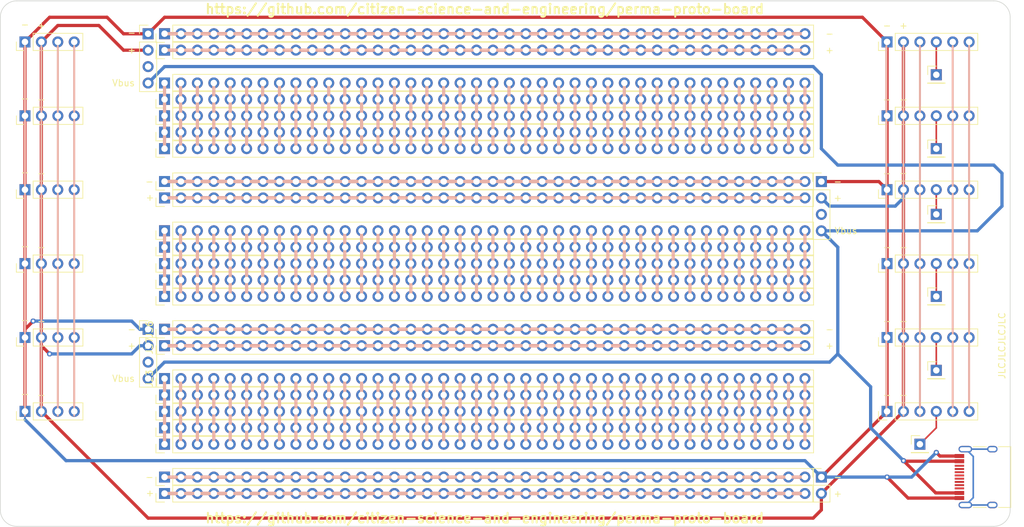
<source format=kicad_pcb>
(kicad_pcb (version 20211014) (generator pcbnew)
  (layers (0 "F.Cu" signal) (31 "B.Cu" signal) (34 "B.Paste" user) (35 "F.Paste" user) (36 "B.SilkS" user "B.Silkscreen") (37 "F.SilkS" user "F.Silkscreen") (38 "B.Mask" user) (39 "F.Mask" user) (44 "Edge.Cuts" user))
  (net 0 "")
  (net 1 "GND")
  (net 2 "+3V3")
  (net 3 "SPI_CLK")
  (net 4 "SPI_01_CS")
  (net 5 "SPI_MISO")
  (net 6 "SPI_MOSI")
  (net 7 "SPI_02_CS")
  (net 8 "SPI_03_CS")
  (net 9 "SPI_04_CS")
  (net 10 "SPI_05_CS")
  (net 11 "SPI_06_CS")
  (net 12 "SCL")
  (net 13 "SDA")
  (net 14 "A_01")
  (net 15 "A_02")
  (net 16 "A_03")
  (net 17 "A_04")
  (net 18 "A_05")
  (net 19 "A_06")
  (net 20 "A_07")
  (net 21 "A_08")
  (net 22 "A_09")
  (net 23 "A_10")
  (net 24 "A_11")
  (net 25 "A_12")
  (net 26 "A_13")
  (net 27 "A_14")
  (net 28 "A_15")
  (net 29 "A_16")
  (net 30 "A_17")
  (net 31 "A_18")
  (net 32 "A_19")
  (net 33 "A_20")
  (net 34 "A_21")
  (net 35 "A_22")
  (net 36 "A_23")
  (net 37 "A_24")
  (net 38 "A_25")
  (net 39 "A_26")
  (net 40 "A_27")
  (net 41 "A_28")
  (net 42 "A_29")
  (net 43 "A_30")
  (net 44 "A_31")
  (net 45 "A_32")
  (net 46 "A_33")
  (net 47 "A_34")
  (net 48 "A_35")
  (net 49 "A_36")
  (net 50 "A_37")
  (net 51 "A_38")
  (net 52 "A_39")
  (net 53 "A_40")
  (net 54 "B_01")
  (net 55 "B_02")
  (net 56 "B_03")
  (net 57 "B_05")
  (net 58 "B_06")
  (net 59 "B_07")
  (net 60 "B_08")
  (net 61 "B_09")
  (net 62 "B_10")
  (net 63 "B_11")
  (net 64 "B_12")
  (net 65 "B_13")
  (net 66 "B_14")
  (net 67 "B_15")
  (net 68 "B_16")
  (net 69 "B_17")
  (net 70 "B_18")
  (net 71 "B_19")
  (net 72 "B_20")
  (net 73 "B_21")
  (net 74 "B_22")
  (net 75 "B_23")
  (net 76 "B_24")
  (net 77 "B_25")
  (net 78 "B_26")
  (net 79 "B_27")
  (net 80 "B_28")
  (net 81 "B_29")
  (net 82 "B_30")
  (net 83 "B_31")
  (net 84 "B_32")
  (net 85 "B_33")
  (net 86 "B_34")
  (net 87 "B_35")
  (net 88 "B_36")
  (net 89 "B_37")
  (net 90 "B_38")
  (net 91 "B_39")
  (net 92 "B_40")
  (net 93 "C_01")
  (net 94 "C_02")
  (net 95 "C_03")
  (net 96 "C_04")
  (net 97 "C_05")
  (net 98 "C_06")
  (net 99 "C_07")
  (net 100 "C_08")
  (net 101 "C_09")
  (net 102 "C_10")
  (net 103 "C_11")
  (net 104 "C_12")
  (net 105 "C_13")
  (net 106 "C_14")
  (net 107 "C_15")
  (net 108 "C_16")
  (net 109 "C_17")
  (net 110 "C_18")
  (net 111 "C_19")
  (net 112 "C_20")
  (net 113 "C_21")
  (net 114 "C_22")
  (net 115 "C_23")
  (net 116 "C_24")
  (net 117 "C_25")
  (net 118 "C_26")
  (net 119 "C_27")
  (net 120 "C_28")
  (net 121 "C_29")
  (net 122 "C_30")
  (net 123 "C_31")
  (net 124 "C_32")
  (net 125 "C_33")
  (net 126 "C_34")
  (net 127 "C_35")
  (net 128 "C_36")
  (net 129 "C_37")
  (net 130 "C_38")
  (net 131 "C_39")
  (net 132 "C_40")
  (net 136 "R_1")
  (net 137 "R_2")
  (net 138 "R_3")
  (net 139 "R_4")
  (net 140 "R_5")
  (net 141 "R_6")
  (net 142 "R_7")
  (net 143 "R_8")
  (net 144 "+5V")
  (net 153 "unconnected-(J40-PadS1)")
  (net 154 "B_04")
  (footprint "Connector_PinHeader_2.54mm:PinHeader_1x40_P2.54mm_Vertical" (layer "F.Cu") (at 71.12 96.52 90)
    (fp_text reference "J27" hide)
    (fp_text value "C_5")
  )
  (footprint "Connector_PinHeader_2.54mm:PinHeader_1x06_P2.54mm_Vertical" (layer "F.Cu") (at 182.88 45.72 90)
    (fp_text reference "J2" hide)
    (fp_text value "SPI_02")
  )
  (footprint "Connector_PinHeader_2.54mm:PinHeader_1x40_P2.54mm_Vertical" (layer "F.Cu") (at 71.125 35.56 90)
    (fp_text reference "J33" hide)
    (fp_text value "Rail02")
  )
  (footprint "MountingHole:MountingHole_3.5mm" (layer "F.Cu") (at 63.5 45.72)
    (fp_text reference "REF**" hide)
    (fp_text value "MountingHole_3.5mm" hide)
  )
  (footprint "Connector_PinHeader_2.54mm:PinHeader_1x04_P2.54mm_Vertical" (layer "F.Cu") (at 49.53 34.29 90)
    (fp_text reference "J7" hide)
    (fp_text value "I2C_01")
  )
  (footprint "Connector_PinHeader_2.54mm:PinHeader_1x40_P2.54mm_Vertical" (layer "F.Cu") (at 71.12 86.36 90)
    (fp_text reference "J23")
    (fp_text value "C_1")
  )
  (footprint "Connector_PinHeader_2.54mm:PinHeader_1x40_P2.54mm_Vertical" (layer "F.Cu") (at 71.12 45.72 90)
    (fp_text reference "J15" hide)
    (fp_text value "A_3")
  )
  (footprint "Connector_PinHeader_2.54mm:PinHeader_1x40_P2.54mm_Vertical" (layer "F.Cu") (at 71.12 104.14 90)
    (fp_text reference "+")
    (fp_text value "Rail08")
  )
  (footprint "MountingHole:MountingHole_3.5mm" (layer "F.Cu") (at 176.53 45.72)
    (fp_text reference "REF**" hide)
    (fp_text value "MountingHole_3.5mm" hide)
  )
  (footprint "Connector_PinHeader_2.54mm:PinHeader_1x40_P2.54mm_Vertical" (layer "F.Cu") (at 71.12 91.44 90)
    (fp_text reference "J25" hide)
    (fp_text value "C_3")
  )
  (footprint "Connector_PinHeader_2.54mm:PinHeader_1x04_P2.54mm_Vertical" (layer "F.Cu") (at 49.53 68.58 90)
    (fp_text reference "J12" hide)
    (fp_text value "I2C_06")
  )
  (footprint "Connector_USB:USB_C_Receptacle_HRO_TYPE-C-31-M-12" (layer "F.Cu") (at 198.12 101.6 90)
    (fp_text reference "J40" hide)
    (fp_text value "USB_C_Receptacle")
  )
  (footprint "Connector_PinHeader_2.54mm:PinHeader_1x02_P2.54mm_Vertical" (layer "F.Cu") (at 172.72 101.6)
    (fp_text reference "J31" hide)
    (fp_text value "Power04")
  )
  (footprint "Connector_PinHeader_2.54mm:PinHeader_1x40_P2.54mm_Vertical" (layer "F.Cu") (at 71.12 81.28 90)
    (fp_text reference "J37")
    (fp_text value "Rail06")
  )
  (footprint "Connector_PinHeader_2.54mm:PinHeader_1x40_P2.54mm_Vertical" (layer "F.Cu") (at 71.125 33.02 90)
    (fp_text reference "J32" hide)
    (fp_text value "Rail01")
  )
  (footprint "Connector_PinHeader_2.54mm:PinHeader_1x04_P2.54mm_Vertical" (layer "F.Cu") (at 49.54 91.44 90)
    (fp_text reference "J11" hide)
    (fp_text value "I2C_05")
  )
  (footprint "Connector_PinHeader_2.54mm:PinHeader_1x06_P2.54mm_Vertical" (layer "F.Cu") (at 182.88 34.29 90)
    (fp_text reference "J1" hide)
    (fp_text value "SPI_01")
  )
  (footprint "Connector_PinHeader_2.54mm:PinHeader_1x04_P2.54mm_Vertical" (layer "F.Cu") (at 49.54 45.72 90)
    (fp_text reference "J8" hide)
    (fp_text value "I2C_02")
  )
  (footprint "Connector_PinHeader_2.54mm:PinHeader_1x40_P2.54mm_Vertical" (layer "F.Cu") (at 71.125 58.42 90)
    (fp_text reference "+")
    (fp_text value "Rail04")
  )
  (footprint "Connector_PinHeader_2.54mm:PinHeader_1x40_P2.54mm_Vertical" (layer "F.Cu") (at 71.12 88.9 90)
    (fp_text reference "J24" hide)
    (fp_text value "C_2")
  )
  (footprint "Connector_PinHeader_2.54mm:PinHeader_1x40_P2.54mm_Vertical" (layer "F.Cu") (at 71.12 55.88 90)
    (fp_text reference "-")
    (fp_text value "Rail03")
  )
  (footprint "Connector_PinHeader_2.54mm:PinHeader_1x04_P2.54mm_Vertical" (layer "F.Cu") (at 68.58 33.03)
    (fp_text reference "J28" hide)
    (fp_text value "Power01" hide)
  )
  (footprint "Connector_PinHeader_2.54mm:PinHeader_1x40_P2.54mm_Vertical" (layer "F.Cu") (at 71.12 48.26 90)
    (fp_text reference "J16" hide)
    (fp_text value "A_4")
  )
  (footprint "Connector_PinHeader_2.54mm:PinHeader_1x40_P2.54mm_Vertical" (layer "F.Cu") (at 71.12 50.8 90)
    (fp_text reference "J17" hide)
    (fp_text value "A_5")
  )
  (footprint "Connector_PinHeader_2.54mm:PinHeader_1x01_P2.54mm_Vertical" (layer "F.Cu") (at 190.5 60.96)
    (fp_text reference "J43" hide)
    (fp_text value "SPI_CS_03")
  )
  (footprint "Connector_PinHeader_2.54mm:PinHeader_1x04_P2.54mm_Vertical" (layer "F.Cu") (at 172.72 55.89)
    (fp_text reference "J29" hide)
    (fp_text value "Power02")
  )
  (footprint "Connector_PinHeader_2.54mm:PinHeader_1x40_P2.54mm_Vertical" (layer "F.Cu") (at 71.12 93.98 90)
    (fp_text reference "J26" hide)
    (fp_text value "C_4")
  )
  (footprint "Connector_PinHeader_2.54mm:PinHeader_1x40_P2.54mm_Vertical" (layer "F.Cu") (at 71.12 40.64 90)
    (fp_text reference "J13" hide)
    (fp_text value "A_1")
  )
  (footprint "MountingHole:MountingHole_3.5mm" (layer "F.Cu") (at 176.53 91.44)
    (fp_text reference "REF**" hide)
    (fp_text value "MountingHole_3.5mm" hide)
  )
  (footprint "Connector_PinHeader_2.54mm:PinHeader_1x04_P2.54mm_Vertical" (layer "F.Cu") (at 49.54 80.01 90)
    (fp_text reference "J10" hide)
    (fp_text value "I2C_04")
  )
  (footprint "Connector_PinHeader_2.54mm:PinHeader_1x06_P2.54mm_Vertical" (layer "F.Cu") (at 182.88 57.15 90)
    (fp_text reference "J3" hide)
    (fp_text value "SPI_03")
  )
  (footprint "Connector_PinHeader_2.54mm:PinHeader_1x01_P2.54mm_Vertical" (layer "F.Cu") (at 187.96 96.52)
    (fp_text reference "J46" hide)
    (fp_text value "SPI_CS_06")
  )
  (footprint "Connector_PinHeader_2.54mm:PinHeader_1x06_P2.54mm_Vertical" (layer "F.Cu") (at 182.88 91.44 90)
    (fp_text reference "J6" hide)
    (fp_text value "SPI_06")
  )
  (footprint "Connector_PinHeader_2.54mm:PinHeader_1x40_P2.54mm_Vertical" (layer "F.Cu") (at 71.12 101.6 90)
    (fp_text reference "-")
    (fp_text value "Rail07")
  )
  (footprint "Connector_PinHeader_2.54mm:PinHeader_1x01_P2.54mm_Vertical" (layer "F.Cu") (at 190.5 85.09)
    (fp_text reference "J45" hide)
    (fp_text value "SPI_CS_05")
  )
  (footprint "MountingHole:MountingHole_3.5mm" (layer "F.Cu") (at 63.5 91.44)
    (fp_text reference "REF**" hide)
    (fp_text value "MountingHole_3.5mm" hide)
  )
  (footprint "Connector_PinHeader_2.54mm:PinHeader_1x40_P2.54mm_Vertical" (layer "F.Cu") (at 71.125 78.74 90)
    (fp_text reference "J36")
    (fp_text value "Rail05")
  )
  (footprint "Connector_PinHeader_2.54mm:PinHeader_1x04_P2.54mm_Vertical" (layer "F.Cu") (at 49.53 57.15 90)
    (fp_text reference "J9" hide)
    (fp_text value "I2C_03")
  )
  (footprint "Connector_PinHeader_2.54mm:PinHeader_1x01_P2.54mm_Vertical" (layer "F.Cu") (at 190.5 50.8)
    (fp_text reference "J42" hide)
    (fp_text value "SPI_CS_02")
  )
  (footprint "Connector_PinHeader_2.54mm:PinHeader_1x06_P2.54mm_Vertical" (layer "F.Cu") (at 182.88 80.01 90)
    (fp_text reference "J5" hide)
    (fp_text value "SPI_05")
  )
  (footprint "Connector_PinHeader_2.54mm:PinHeader_1x01_P2.54mm_Vertical" (layer "F.Cu") (at 190.5 39.37)
    (fp_text reference "J41" hide)
    (fp_text value "SPI_CS_01")
  )
  (footprint "Connector_PinHeader_2.54mm:PinHeader_1x40_P2.54mm_Vertical" (layer "F.Cu") (at 71.12 71.12 90)
    (fp_text reference "J21" hide)
    (fp_text value "B_4")
  )
  (footprint "Connector_PinHeader_2.54mm:PinHeader_1x04_P2.54mm_Vertical" (layer "F.Cu") (at 68.58 78.74)
    (fp_text reference "J30" hide)
    (fp_text value "Power03" hide)
  )
  (footprint "Connector_PinHeader_2.54mm:PinHeader_1x40_P2.54mm_Vertical" (layer "F.Cu") (at 71.12 68.58 90)
    (fp_text reference "J20" hide)
    (fp_text value "B_3")
  )
  (footprint "Connector_PinHeader_2.54mm:PinHeader_1x40_P2.54mm_Vertical" (layer "F.Cu") (at 71.12 43.18 90)
    (fp_text reference "J14" hide)
    (fp_text value "A_2")
  )
  (footprint "Connector_PinHeader_2.54mm:PinHeader_1x06_P2.54mm_Vertical" (layer "F.Cu") (at 182.88 68.58 90)
    (fp_text reference "J4" hide)
    (fp_text value "SPI_04")
  )
  (footprint "Connector_PinHeader_2.54mm:PinHeader_1x40_P2.54mm_Vertical" (layer "F.Cu") (at 71.12 66.04 90)
    (fp_text reference "J19" hide)
    (fp_text value "B_2")
  )
  (footprint "Connector_PinHeader_2.54mm:PinHeader_1x01_P2.54mm_Vertical" (layer "F.Cu") (at 190.5 73.66)
    (fp_text reference "J44" hide)
    (fp_text value "SPI_CS_04")
  )
  (footprint "Connector_PinHeader_2.54mm:PinHeader_1x40_P2.54mm_Vertical" (layer "F.Cu") (at 71.12 63.5 90)
    (fp_text reference "J18" hide)
    (fp_text value "B_1")
  )
  (footprint "Connector_PinHeader_2.54mm:PinHeader_1x40_P2.54mm_Vertical" (layer "F.Cu") (at 71.12 73.66 90)
    (fp_text reference "J22" hide)
    (fp_text value "B_5")
  )
  (gr_line (start 96.52 86.36) (end 96.52 96.52) (layer "B.SilkS") (width 0.5))
  (gr_line (start 106.68 63.5) (end 106.68 73.66) (layer "B.SilkS") (width 0.5))
  (gr_line (start 170.18 40.64) (end 170.18 50.8) (layer "B.SilkS") (width 0.5))
  (gr_line (start 152.4 63.5) (end 152.4 73.66) (layer "B.SilkS") (width 0.5))
  (gr_line (start 149.80186 63.412483) (end 149.80186 73.572483) (layer "B.SilkS") (width 0.5))
  (gr_line (start 91.44 63.5) (end 91.44 73.66) (layer "B.SilkS") (width 0.5))
  (gr_line (start 119.38 63.5) (end 119.38 73.66) (layer "B.SilkS") (width 0.5))
  (gr_line (start 49.53 34.925) (end 49.53 92.075) (layer "B.SilkS") (width 0.3))
  (gr_line (start 83.82 40.64) (end 83.82 50.8) (layer "B.SilkS") (width 0.5))
  (gr_line (start 121.92 63.5) (end 121.92 73.66) (layer "B.SilkS") (width 0.5))
  (gr_line (start 154.94 63.5) (end 154.94 73.66) (layer "B.SilkS") (width 0.5))
  (gr_line (start 71.12 104.14) (end 170.18 104.14) (layer "B.SilkS") (width 0.5))
  (gr_line (start 124.40186 63.412483) (end 124.40186 73.572483) (layer "B.SilkS") (width 0.5))
  (gr_line (start 144.78 63.5) (end 144.78 73.66) (layer "B.SilkS") (width 0.5))
  (gr_line (start 142.24 63.5) (end 142.24 73.66) (layer "B.SilkS") (width 0.5))
  (gr_line (start 132.08 40.64) (end 132.08 50.8) (layer "B.SilkS") (width 0.5))
  (gr_line (start 71.12 33.02) (end 170.18 33.02) (layer "B.SilkS") (width 0.5))
  (gr_line (start 154.94 86.36) (end 154.94 96.52) (layer "B.SilkS") (width 0.5))
  (gr_line (start 167.64 86.36) (end 167.64 96.52) (layer "B.SilkS") (width 0.5))
  (gr_line (start 73.60186 40.552483) (end 73.60186 50.712483) (layer "B.SilkS") (width 0.5))
  (gr_line (start 109.22 63.5) (end 109.22 73.66) (layer "B.SilkS") (width 0.5))
  (gr_line (start 129.54 40.64) (end 129.54 50.8) (layer "B.SilkS") (width 0.5))
  (gr_line (start 134.62 40.64) (end 134.62 50.8) (layer "B.SilkS") (width 0.5))
  (gr_line (start 167.64 63.5) (end 167.64 73.66) (layer "B.SilkS") (width 0.5))
  (gr_line (start 165.1 86.36) (end 165.1 96.52) (layer "B.SilkS") (width 0.5))
  (gr_line (start 147.32 40.64) (end 147.32 50.8) (layer "B.SilkS") (width 0.5))
  (gr_line (start 170.18 86.36) (end 170.18 96.52) (layer "B.SilkS") (width 0.5))
  (gr_line (start 76.2 40.64) (end 76.2 50.8) (layer "B.SilkS") (width 0.5))
  (gr_line (start 52.07 34.925) (end 52.07 92.075) (layer "B.SilkS") (width 0.3))
  (gr_line (start 127 63.5) (end 127 73.66) (layer "B.SilkS") (width 0.5))
  (gr_line (start 134.62 86.36) (end 134.62 96.52) (layer "B.SilkS") (width 0.5))
  (gr_line (start 106.68 86.36) (end 106.68 96.52) (layer "B.SilkS") (width 0.5))
  (gr_line (start 99.00186 86.272483) (end 99.00186 96.432483) (layer "B.SilkS") (width 0.5))
  (gr_line (start 81.28 40.64) (end 81.28 50.8) (layer "B.SilkS") (width 0.5))
  (gr_line (start 121.92 86.36) (end 121.92 96.52) (layer "B.SilkS") (width 0.5))
  (gr_line (start 139.7 86.36) (end 139.7 96.52) (layer "B.SilkS") (width 0.5))
  (gr_line (start 81.28 63.5) (end 81.28 73.66) (layer "B.SilkS") (width 0.5))
  (gr_line (start 165.1 63.5) (end 165.1 73.66) (layer "B.SilkS") (width 0.5))
  (gr_line (start 88.9 86.36) (end 88.9 96.52) (layer "B.SilkS") (width 0.5))
  (gr_line (start 124.40186 86.272483) (end 124.40186 96.432483) (layer "B.SilkS") (width 0.5))
  (gr_line (start 71.12 58.42) (end 170.18 58.42) (layer "B.SilkS") (width 0.5))
  (gr_line (start 132.08 63.5) (end 132.08 73.66) (layer "B.SilkS") (width 0.5))
  (gr_line (start 96.52 40.64) (end 96.52 50.8) (layer "B.SilkS") (width 0.5))
  (gr_line (start 71.12 55.88) (end 170.18 55.88) (layer "B.SilkS") (width 0.5))
  (gr_line (start 81.28 86.36) (end 81.28 96.52) (layer "B.SilkS") (width 0.5))
  (gr_line (start 101.6 63.5) (end 101.6 73.66) (layer "B.SilkS") (width 0.5))
  (gr_line (start 73.60186 86.272483) (end 73.60186 96.432483) (layer "B.SilkS") (width 0.5))
  (gr_line (start 149.80186 40.552483) (end 149.80186 50.712483) (layer "B.SilkS") (width 0.5))
  (gr_line (start 71.12 86.36) (end 71.12 96.52) (layer "B.SilkS") (width 0.5))
  (gr_line (start 147.32 86.36) (end 147.32 96.52) (layer "B.SilkS") (width 0.5))
  (gr_line (start 71.12 63.5) (end 71.12 73.66) (layer "B.SilkS") (width 0.5))
  (gr_line (start 157.48 63.5) (end 157.48 73.66) (layer "B.SilkS") (width 0.5))
  (gr_line (start 73.60186 63.412483) (end 73.60186 73.572483) (layer "B.SilkS") (width 0.5))
  (gr_line (start 137.10186 40.552483) (end 137.10186 50.712483) (layer "B.SilkS") (width 0.5))
  (gr_line (start 78.74 86.36) (end 78.74 96.52) (layer "B.SilkS") (width 0.5))
  (gr_line (start 139.7 63.5) (end 139.7 73.66) (layer "B.SilkS") (width 0.5))
  (gr_line (start 134.62 63.5) (end 134.62 73.66) (layer "B.SilkS") (width 0.5))
  (gr_line (start 109.22 40.64) (end 109.22 50.8) (layer "B.SilkS") (width 0.5))
  (gr_line (start 93.98 86.36) (end 93.98 96.52) (layer "B.SilkS") (width 0.5))
  (gr_line (start 119.38 40.64) (end 119.38 50.8) (layer "B.SilkS") (width 0.5))
  (gr_line (start 182.775207 34.924999) (end 182.775207 92.074999) (layer "B.SilkS") (width 0.3))
  (gr_line (start 71.12 40.64) (end 71.12 50.8) (layer "B.SilkS") (width 0.5))
  (gr_line (start 144.78 86.36) (end 144.78 96.52) (layer "B.SilkS") (width 0.5))
  (gr_line (start 147.32 63.5) (end 147.32 73.66) (layer "B.SilkS") (width 0.5))
  (gr_line (start 104.14 40.64) (end 104.14 50.8) (layer "B.SilkS") (width 0.5))
  (gr_line (start 119.38 86.36) (end 119.38 96.52) (layer "B.SilkS") (width 0.5))
  (gr_line (start 111.70186 40.552483) (end 111.70186 50.712483) (layer "B.SilkS") (width 0.5))
  (gr_line (start 57.15 34.925) (end 57.15 92.075) (layer "B.SilkS") (width 0.3))
  (gr_line (start 111.70186 86.272483) (end 111.70186 96.432483) (layer "B.SilkS") (width 0.5))
  (gr_line (start 71.12 81.28) (end 170.18 81.28) (layer "B.SilkS") (width 0.5))
  (gr_line (start 88.9 40.64) (end 88.9 50.8) (layer "B.SilkS") (width 0.5))
  (gr_line (start 91.44 40.64) (end 91.44 50.8) (layer "B.SilkS") (width 0.5))
  (gr_line (start 127 86.36) (end 127 96.52) (layer "B.SilkS") (width 0.5))
  (gr_line (start 96.52 63.5) (end 96.52 73.66) (layer "B.SilkS") (width 0.5))
  (gr_line (start 111.70186 63.412483) (end 111.70186 73.572483) (layer "B.SilkS") (width 0.5))
  (gr_line (start 99.00186 40.552483) (end 99.00186 50.712483) (layer "B.SilkS") (width 0.5))
  (gr_line (start 101.6 86.36) (end 101.6 96.52) (layer "B.SilkS") (width 0.5))
  (gr_line (start 144.78 40.64) (end 144.78 50.8) (layer "B.SilkS") (width 0.5))
  (gr_line (start 71.12 78.74) (end 170.18 78.74) (layer "B.SilkS") (width 0.5))
  (gr_line (start 162.50186 40.552483) (end 162.50186 50.712483) (layer "B.SilkS") (width 0.5))
  (gr_line (start 104.14 86.36) (end 104.14 96.52) (layer "B.SilkS") (width 0.5))
  (gr_line (start 71.12 101.6) (end 170.18 101.6) (layer "B.SilkS") (width 0.5))
  (gr_line (start 162.50186 86.272483) (end 162.50186 96.432483) (layer "B.SilkS") (width 0.5))
  (gr_line (start 86.30186 40.552483) (end 86.30186 50.712483) (layer "B.SilkS") (width 0.5))
  (gr_line (start 121.92 40.64) (end 121.92 50.8) (layer "B.SilkS") (width 0.5))
  (gr_line (start 187.96 34.925) (end 187.96 92.075) (layer "B.SilkS") (width 0.3))
  (gr_line (start 129.54 63.5) (end 129.54 73.66) (layer "B.SilkS") (width 0.5))
  (gr_line (start 106.68 40.64) (end 106.68 50.8) (layer "B.SilkS") (width 0.5))
  (gr_line (start 160.02 40.64) (end 160.02 50.8) (layer "B.SilkS") (width 0.5))
  (gr_line (start 154.94 40.64) (end 154.94 50.8) (layer "B.SilkS") (width 0.5))
  (gr_line (start 114.3 86.36) (end 114.3 96.52) (layer "B.SilkS") (width 0.5))
  (gr_line (start 160.02 63.5) (end 160.02 73.66) (layer "B.SilkS") (width 0.5))
  (gr_line (start 76.2 86.36) (end 76.2 96.52) (layer "B.SilkS") (width 0.5))
  (gr_line (start 162.50186 63.412483) (end 162.50186 73.572483) (layer "B.SilkS") (width 0.5))
  (gr_line (start 152.4 86.36) (end 152.4 96.52) (layer "B.SilkS") (width 0.5))
  (gr_line (start 116.84 86.36) (end 116.84 96.52) (layer "B.SilkS") (width 0.5))
  (gr_line (start 142.24 40.64) (end 142.24 50.8) (layer "B.SilkS") (width 0.5))
  (gr_line (start 99.00186 63.412483) (end 99.00186 73.572483) (layer "B.SilkS") (width 0.5))
  (gr_line (start 71.12 35.56) (end 170.18 35.56) (layer "B.SilkS") (width 0.5))
  (gr_line (start 127 40.64) (end 127 50.8) (layer "B.SilkS") (width 0.5))
  (gr_line (start 185.42 34.925) (end 185.42 92.075) (layer "B.SilkS") (width 0.3))
  (gr_line (start 116.84 63.5) (end 116.84 73.66) (layer "B.SilkS") (width 0.5))
  (gr_line (start 93.98 63.5) (end 93.98 73.66) (layer "B.SilkS") (width 0.5))
  (gr_line (start 157.48 86.36) (end 157.48 96.52) (layer "B.SilkS") (width 0.5))
  (gr_line (start 86.30186 63.412483) (end 86.30186 73.572483) (layer "B.SilkS") (width 0.5))
  (gr_line (start 160.02 86.36) (end 160.02 96.52) (layer "B.SilkS") (width 0.5))
  (gr_line (start 83.82 86.36) (end 83.82 96.52) (layer "B.SilkS") (width 0.5))
  (gr_line (start 167.64 40.64) (end 167.64 50.8) (layer "B.SilkS") (width 0.5))
  (gr_line (start 78.74 63.5) (end 78.74 73.66) (layer "B.SilkS") (width 0.5))
  (gr_line (start 54.61 34.925) (end 54.61 92.075) (layer "B.SilkS") (width 0.3))
  (gr_line (start 195.58 34.29) (end 195.58 91.44) (layer "B.SilkS") (width 0.3))
  (gr_line (start 88.9 63.5) (end 88.9 73.66) (layer "B.SilkS") (width 0.5))
  (gr_line (start 76.2 63.5) (end 76.2 73.66) (layer "B.SilkS") (width 0.5))
  (gr_line (start 137.10186 86.272483) (end 137.10186 96.432483) (layer "B.SilkS") (width 0.5))
  (gr_line (start 129.54 86.36) (end 129.54 96.52) (layer "B.SilkS") (width 0.5))
  (gr_line (start 157.48 40.64) (end 157.48 50.8) (layer "B.SilkS") (width 0.5))
  (gr_line (start 132.08 86.36) (end 132.08 96.52) (layer "B.SilkS") (width 0.5))
  (gr_line (start 149.80186 86.272483) (end 149.80186 96.432483) (layer "B.SilkS") (width 0.5))
  (gr_line (start 91.44 86.36) (end 91.44 96.52) (layer "B.SilkS") (width 0.5))
  (gr_line (start 114.3 40.64) (end 114.3 50.8) (layer "B.SilkS") (width 0.5))
  (gr_line (start 137.10186 63.412483) (end 137.10186 73.572483) (layer "B.SilkS") (width 0.5))
  (gr_line (start 139.7 40.64) (end 139.7 50.8) (layer "B.SilkS") (width 0.5))
  (gr_line (start 193.04 34.925) (end 193.04 92.075) (layer "B.SilkS") (width 0.3))
  (gr_line (start 78.74 40.64) (end 78.74 50.8) (layer "B.SilkS") (width 0.5))
  (gr_line (start 124.40186 40.552483) (end 124.40186 50.712483) (layer "B.SilkS") (width 0.5))
  (gr_line (start 170.18 63.5) (end 170.18 73.66) (layer "B.SilkS") (width 0.5))
  (gr_line (start 152.4 40.64) (end 152.4 50.8) (layer "B.SilkS") (width 0.5))
  (gr_line (start 83.82 63.5) (end 83.82 73.66) (layer "B.SilkS") (width 0.5))
  (gr_line (start 109.22 86.36) (end 109.22 96.52) (layer "B.SilkS") (width 0.5))
  (gr_line (start 142.24 86.36) (end 142.24 96.52) (layer "B.SilkS") (width 0.5))
  (gr_line (start 165.1 40.64) (end 165.1 50.8) (layer "B.SilkS") (width 0.5))
  (gr_line (start 93.98 40.64) (end 93.98 50.8) (layer "B.SilkS") (width 0.5))
  (gr_line (start 86.30186 86.272483) (end 86.30186 96.432483) (layer "B.SilkS") (width 0.5))
  (gr_line (start 116.84 40.64) (end 116.84 50.8) (layer "B.SilkS") (width 0.5))
  (gr_line (start 104.14 63.5) (end 104.14 73.66) (layer "B.SilkS") (width 0.5))
  (gr_line (start 101.6 40.64) (end 101.6 50.8) (layer "B.SilkS") (width 0.5))
  (gr_line (start 114.3 63.5) (end 114.3 73.66) (layer "B.SilkS") (width 0.5))
  (gr_line (start 199.39 27.94) (end 48.26 27.94) (layer "Edge.Cuts") (width 0.1))
  (gr_arc (start 199.39 27.94) (mid 201.186051 28.683949) (end 201.93 30.48) (layer "Edge.Cuts") (width 0.1))
  (gr_line (start 48.26 109.22) (end 199.39 109.22) (layer "Edge.Cuts") (width 0.1))
  (gr_arc (start 201.93 106.68) (mid 201.186051 108.476051) (end 199.39 109.22) (layer "Edge.Cuts") (width 0.1))
  (gr_arc (start 45.72 30.48) (mid 46.463949 28.683949) (end 48.26 27.94) (layer "Edge.Cuts") (width 0.1))
  (gr_line (start 45.72 30.48) (end 45.72 106.68) (layer "Edge.Cuts") (width 0.1))
  (gr_line (start 201.93 106.68) (end 201.93 30.48) (layer "Edge.Cuts") (width 0.1))
  (gr_arc (start 48.26 109.22) (mid 46.463949 108.476051) (end 45.72 106.68) (layer "Edge.Cuts") (width 0.1))
  (gr_text "-" (at 175.26 55.88) (layer "F.SilkS") (effects (font (size 1 1))))
  (gr_text "-" (at 49.53 88.9 180) (layer "F.SilkS") (effects (font (size 1 1))))
  (gr_text "JLCJLCJLCJLC" (at 200.66 81.28 90) (layer "F.SilkS") (effects (font (size 1 1))))
  (gr_text "+" (at 173.99 81.28) (layer "F.SilkS") (effects (font (size 1 1))))
  (gr_text "Vbus" (at 176.53 63.5) (layer "F.SilkS") (effects (font (size 1 1))))
  (gr_text "-" (at 182.88 31.75) (layer "F.SilkS") (effects (font (size 1 1))))
  (gr_text "Vbus" (at 64.77 40.64) (layer "F.SilkS") (effects (font (size 1 1))))
  (gr_text "+" (at 66.04 81.28) (layer "F.SilkS") (effects (font (size 1 1))))
  (gr_text "-" (at 49.53 77.47 180) (layer "F.SilkS") (effects (font (size 1 1))))
  (gr_text "-" (at 49.53 43.18 180) (layer "F.SilkS") (effects (font (size 1 1))))
  (gr_text "+" (at 173.99 35.56) (layer "F.SilkS") (effects (font (size 1 1))))
  (gr_text "-" (at 49.53 54.61 180) (layer "F.SilkS") (effects (font (size 1 1))))
  (gr_text "-" (at 175.26 101.6) (layer "F.SilkS") (effects (font (size 1 1))))
  (gr_text "+" (at 52.07 43.18) (layer "F.SilkS") (effects (font (size 1 1))))
  (gr_text "-" (at 173.99 78.74) (layer "F.SilkS") (effects (font (size 1 1))))
  (gr_text "-" (at 182.88 54.61) (layer "F.SilkS") (effects (font (size 1 1))))
  (gr_text "https://github.com/citizen-science-and-engineering/perma-proto-board" (at 120.65 29.21) (layer "F.SilkS") (effects (font (size 1.5 1.5) (thickness 0.3))))
  (gr_text "+" (at 185.42 43.18) (layer "F.SilkS") (effects (font (size 1 1))))
  (gr_text "-" (at 182.88 88.9) (layer "F.SilkS") (effects (font (size 1 1))))
  (gr_text "+" (at 52.07 88.9) (layer "F.SilkS") (effects (font (size 1 1))))
  (gr_text "-" (at 173.99 33.02) (layer "F.SilkS") (effects (font (size 1 1))))
  (gr_text "+" (at 66.04 35.56) (layer "F.SilkS") (effects (font (size 1 1))))
  (gr_text "-" (at 49.53 31.75 180) (layer "F.SilkS") (effects (font (size 1 1))))
  (gr_text "+" (at 52.07 77.47) (layer "F.SilkS") (effects (font (size 1 1))))
  (gr_text "-" (at 182.88 43.18) (layer "F.SilkS") (effects (font (size 1 1))))
  (gr_text "+" (at 175.26 58.42) (layer "F.SilkS") (effects (font (size 1 1))))
  (gr_text "+" (at 175.26 104.17) (layer "F.SilkS") (effects (font (size 1 1))))
  (gr_text "+" (at 52.07 31.75) (layer "F.SilkS") (effects (font (size 1 1))))
  (gr_text "+" (at 185.42 66.04) (layer "F.SilkS") (effects (font (size 1 1))))
  (gr_text "-" (at 66.04 78.74) (layer "F.SilkS") (effects (font (size 1 1))))
  (gr_text "+" (at 185.403986 54.577972) (layer "F.SilkS") (effects (font (size 1 1))))
  (gr_text "Vbus" (at 64.77 86.36) (layer "F.SilkS") (effects (font (size 1 1))))
  (gr_text "+" (at 185.42 31.75) (layer "F.SilkS") (effects (font (size 1 1))))
  (gr_text "-" (at 182.88 66.04) (layer "F.SilkS") (effects (font (size 1 1))))
  (gr_text "+" (at 185.42 77.47) (layer "F.SilkS") (effects (font (size 1 1))))
  (gr_text "-" (at 49.53 66.04 180) (layer "F.SilkS") (effects (font (size 1 1))))
  (gr_text "-" (at 66.04 33.02 180) (layer "F.SilkS") (effects (font (size 1 1))))
  (gr_text "-" (at 182.88 77.47) (layer "F.SilkS") (effects (font (size 1 1))))
  (gr_text "+" (at 185.42 88.9) (layer "F.SilkS") (effects (font (size 1 1))))
  (gr_text "+" (at 52.07 66.04) (layer "F.SilkS") (effects (font (size 1 1))))
  (gr_text "+" (at 52.07 54.61) (layer "F.SilkS") (effects (font (size 1 1))))
  (gr_text "https://github.com/citizen-science-and-engineering/perma-proto-board" (at 120.65 107.95) (layer "F.SilkS") (effects (font (size 1.5 1.5) (thickness 0.3))))
  (segment (start 179.07 30.48) (end 71.13 30.48) (width 0.5) (layer "F.Cu") (net 1))
  (segment (start 182.88 57.15) (end 181.61 55.88) (width 0.5) (layer "F.Cu") (net 1))
  (segment (start 194.075 104.85) (end 186.13 104.85) (width 0.5) (layer "F.Cu") (net 1))
  (segment (start 172.72 101.6) (end 182.88 91.44) (width 0.5) (layer "F.Cu") (net 1))
  (segment (start 49.53 91.43) (end 49.54 91.44) (width 0.25) (layer "F.Cu") (net 1))
  (segment (start 182.88 34.29) (end 182.88 91.44) (width 0.5) (layer "F.Cu") (net 1))
  (segment (start 49.54 80.01) (end 49.54 78.73) (width 0.25) (layer "F.Cu") (net 1))
  (segment (start 181.6 55.89) (end 172.72 55.89) (width 0.5) (layer "F.Cu") (net 1))
  (segment (start 62.23 30.48) (end 64.78 33.03) (width 0.5) (layer "F.Cu") (net 1))
  (segment (start 49.53 34.29) (end 53.34 30.48) (width 0.5) (layer "F.Cu") (net 1))
  (segment (start 181.61 55.88) (end 181.6 55.89) (width 0.25) (layer "F.Cu") (net 1))
  (segment (start 191.06 98.35) (end 190.5 97.79) (width 0.5) (layer "F.Cu") (net 1))
  (segment (start 71.13 30.48) (end 68.58 33.03) (width 0.5) (layer "F.Cu") (net 1))
  (segment (start 183.463018 102.183018) (end 182.88 101.6) (width 0.5) (layer "F.Cu") (net 1))
  (segment (start 194.075 98.35) (end 191.06 98.35) (width 0.5) (layer "F.Cu") (net 1))
  (segment (start 53.34 30.48) (end 62.23 30.48) (width 0.5) (layer "F.Cu") (net 1))
  (segment (start 182.88 34.29) (end 179.07 30.48) (width 0.5) (layer "F.Cu") (net 1))
  (segment (start 49.53 34.29) (end 49.53 91.43) (width 0.5) (layer "F.Cu") (net 1))
  (segment (start 64.78 33.03) (end 68.58 33.03) (width 0.5) (layer "F.Cu") (net 1))
  (segment (start 186.13 104.85) (end 183.463018 102.183018) (width 0.5) (layer "F.Cu") (net 1))
  (segment (start 49.54 78.73) (end 50.8 77.47) (width 0.5) (layer "F.Cu") (net 1))
  (via (at 182.88 101.6) (size 0.8) (drill 0.4) (layers "F.Cu" "B.Cu") (net 1))
  (via (at 190.5 97.79) (size 0.8) (drill 0.4) (layers "F.Cu" "B.Cu") (net 1))
  (via (at 50.8 77.47) (size 0.8) (drill 0.4) (layers "F.Cu" "B.Cu") (net 1))
  (segment (start 66.04 77.47) (end 50.8 77.47) (width 0.5) (layer "B.Cu") (net 1))
  (segment (start 186.69 101.6) (end 190.5 97.79) (width 0.5) (layer "B.Cu") (net 1))
  (segment (start 67.31 78.74) (end 66.04 77.47) (width 0.5) (layer "B.Cu") (net 1))
  (segment (start 49.54 91.44) (end 49.54 92.72) (width 0.25) (layer "B.Cu") (net 1))
  (segment (start 172.72 101.6) (end 182.88 101.6) (width 0.5) (layer "B.Cu") (net 1))
  (segment (start 49.54 92.72) (end 55.88 99.06) (width 0.5) (layer "B.Cu") (net 1))
  (segment (start 55.88 99.06) (end 170.18 99.06) (width 0.5) (layer "B.Cu") (net 1))
  (segment (start 68.58 78.74) (end 67.31 78.74) (width 0.5) (layer "B.Cu") (net 1))
  (segment (start 182.88 101.6) (end 186.69 101.6) (width 0.5) (layer "B.Cu") (net 1))
  (segment (start 170.18 99.06) (end 172.72 101.6) (width 0.5) (layer "B.Cu") (net 1))
  (segment (start 171.45 107.95) (end 68.58 107.95) (width 0.5) (layer "F.Cu") (net 2))
  (segment (start 67.31 106.67) (end 52.08 91.44) (width 0.5) (layer "F.Cu") (net 2))
  (segment (start 64.78 35.57) (end 68.58 35.57) (width 0.5) (layer "F.Cu") (net 2))
  (segment (start 67.31 106.68) (end 67.31 106.67) (width 0.25) (layer "F.Cu") (net 2))
  (segment (start 185.42 91.44) (end 172.72 104.14) (width 0.5) (layer "F.Cu") (net 2))
  (segment (start 52.07 91.43) (end 52.08 91.44) (width 0.25) (layer "F.Cu") (net 2))
  (segment (start 52.07 34.29) (end 54.61 31.75) (width 0.5) (layer "F.Cu") (net 2))
  (segment (start 172.72 106.68) (end 171.45 107.95) (width 0.5) (layer "F.Cu") (net 2))
  (segment (start 172.72 104.14) (end 172.72 106.68) (width 0.5) (layer "F.Cu") (net 2))
  (segment (start 68.58 107.95) (end 67.31 106.68) (width 0.5) (layer "F.Cu") (net 2))
  (segment (start 52.08 81.29) (end 53.34 82.55) (width 0.5) (layer "F.Cu") (net 2))
  (segment (start 52.07 34.29) (end 52.07 91.43) (width 0.5) (layer "F.Cu") (net 2))
  (segment (start 54.61 31.75) (end 60.96 31.75) (width 0.5) (layer "F.Cu") (net 2))
  (segment (start 60.96 31.75) (end 64.78 35.57) (width 0.5) (layer "F.Cu") (net 2))
  (segment (start 52.08 80.01) (end 52.08 81.29) (width 0.25) (layer "F.Cu") (net 2))
  (segment (start 185.42 34.29) (end 185.42 91.44) (width 0.5) (layer "F.Cu") (net 2))
  (via (at 53.34 82.55) (size 0.8) (drill 0.4) (layers "F.Cu" "B.Cu") (net 2))
  (segment (start 66.04 82.55) (end 53.34 82.55) (width 0.5) (layer "B.Cu") (net 2))
  (segment (start 67.31 81.28) (end 66.04 82.55) (width 0.5) (layer "B.Cu") (net 2))
  (segment (start 173.98 59.69) (end 172.72 58.43) (width 0.5) (layer "B.Cu") (net 2))
  (segment (start 184.15 59.69) (end 173.98 59.69) (width 0.5) (layer "B.Cu") (net 2))
  (segment (start 185.42 58.42) (end 184.15 59.69) (width 0.5) (layer "B.Cu") (net 2))
  (segment (start 185.42 57.15) (end 185.42 58.42) (width 0.5) (layer "B.Cu") (net 2))
  (segment (start 68.58 81.28) (end 67.31 81.28) (width 0.5) (layer "B.Cu") (net 2))
  (segment (start 187.96 34.29) (end 187.96 91.44) (width 0.25) (layer "F.Cu") (net 3))
  (segment (start 190.5 34.29) (end 190.5 39.37) (width 0.25) (layer "F.Cu") (net 4))
  (segment (start 193.04 34.29) (end 193.04 91.44) (width 0.25) (layer "F.Cu") (net 5))
  (segment (start 195.58 34.29) (end 195.58 91.44) (width 0.25) (layer "F.Cu") (net 6))
  (segment (start 190.5 45.72) (end 190.5 50.8) (width 0.25) (layer "F.Cu") (net 7))
  (segment (start 190.5 57.15) (end 190.5 60.96) (width 0.25) (layer "F.Cu") (net 8))
  (segment (start 190.5 68.58) (end 190.5 73.66) (width 0.25) (layer "F.Cu") (net 9))
  (segment (start 190.5 80.01) (end 190.5 85.09) (width 0.25) (layer "F.Cu") (net 10))
  (segment (start 190.5 91.44) (end 190.5 93.98) (width 0.25) (layer "F.Cu") (net 11))
  (segment (start 190.5 93.98) (end 187.96 96.52) (width 0.25) (layer "F.Cu") (net 11))
  (segment (start 54.61 34.29) (end 54.61 91.43) (width 0.25) (layer "F.Cu") (net 12))
  (segment (start 54.61 91.43) (end 54.62 91.44) (width 0.25) (layer "F.Cu") (net 12))
  (segment (start 57.15 91.43) (end 57.16 91.44) (width 0.25) (layer "F.Cu") (net 13))
  (segment (start 57.15 34.29) (end 57.15 91.43) (width 0.25) (layer "F.Cu") (net 13))
  (segment (start 71.12 50.8) (end 71.12 40.64) (width 0.25) (layer "F.Cu") (net 14))
  (segment (start 73.66 40.64) (end 73.66 50.8) (width 0.25) (layer "F.Cu") (net 15))
  (segment (start 76.2 50.8) (end 76.2 40.64) (width 0.25) (layer "F.Cu") (net 16))
  (segment (start 78.74 40.64) (end 78.74 50.8) (width 0.25) (layer "F.Cu") (net 17))
  (segment (start 81.28 50.8) (end 81.28 40.64) (width 0.25) (layer "F.Cu") (net 18))
  (segment (start 83.82 40.64) (end 83.82 50.8) (width 0.25) (layer "F.Cu") (net 19))
  (segment (start 86.36 50.8) (end 86.36 40.64) (width 0.25) (layer "F.Cu") (net 20))
  (segment (start 88.9 40.64) (end 88.9 50.8) (width 0.25) (layer "F.Cu") (net 21))
  (segment (start 91.44 50.8) (end 91.44 40.64) (width 0.25) (layer "F.Cu") (net 22))
  (segment (start 93.98 40.64) (end 93.98 50.8) (width 0.25) (layer "F.Cu") (net 23))
  (segment (start 96.52 50.8) (end 96.52 40.64) (width 0.25) (layer "F.Cu") (net 24))
  (segment (start 99.06 40.64) (end 99.06 50.8) (width 0.25) (layer "F.Cu") (net 25))
  (segment (start 101.6 50.8) (end 101.6 40.64) (width 0.25) (layer "F.Cu") (net 26))
  (segment (start 104.14 40.64) (end 104.14 50.8) (width 0.25) (layer "F.Cu") (net 27))
  (segment (start 106.68 50.8) (end 106.68 40.64) (width 0.25) (layer "F.Cu") (net 28))
  (segment (start 109.22 40.64) (end 109.22 50.8) (width 0.25) (layer "F.Cu") (net 29))
  (segment (start 111.76 50.8) (end 111.76 40.64) (width 0.25) (layer "F.Cu") (net 30))
  (segment (start 114.3 40.64) (end 114.3 50.8) (width 0.25) (layer "F.Cu") (net 31))
  (segment (start 116.84 50.8) (end 116.84 40.64) (width 0.25) (layer "F.Cu") (net 32))
  (segment (start 119.38 40.64) (end 119.38 50.8) (width 0.25) (layer "F.Cu") (net 33))
  (segment (start 121.92 50.8) (end 121.92 40.64) (width 0.25) (layer "F.Cu") (net 34))
  (segment (start 124.46 40.64) (end 124.46 50.8) (width 0.25) (layer "F.Cu") (net 35))
  (segment (start 127 50.8) (end 127 40.64) (width 0.25) (layer "F.Cu") (net 36))
  (segment (start 129.54 40.64) (end 129.54 50.8) (width 0.25) (layer "F.Cu") (net 37))
  (segment (start 132.08 50.8) (end 132.08 40.64) (width 0.25) (layer "F.Cu") (net 38))
  (segment (start 134.62 40.64) (end 134.62 50.8) (width 0.25) (layer "F.Cu") (net 39))
  (segment (start 137.16 40.64) (end 137.16 50.8) (width 0.25) (layer "F.Cu") (net 40))
  (segment (start 139.7 50.8) (end 139.7 40.64) (width 0.25) (layer "F.Cu") (net 41))
  (segment (start 142.24 40.64) (end 142.24 50.8) (width 0.25) (layer "F.Cu") (net 42))
  (segment (start 144.78 50.8) (end 144.78 40.64) (width 0.25) (layer "F.Cu") (net 43))
  (segment (start 147.32 40.64) (end 147.32 50.8) (width 0.25) (layer "F.Cu") (net 44))
  (segment (start 149.86 50.8) (end 149.86 40.64) (width 0.25) (layer "F.Cu") (net 45))
  (segment (start 152.4 40.64) (end 152.4 50.8) (width 0.25) (layer "F.Cu") (net 46))
  (segment (start 154.94 50.8) (end 154.94 40.64) (width 0.25) (layer "F.Cu") (net 47))
  (segment (start 157.48 40.64) (end 157.48 50.8) (width 0.25) (layer "F.Cu") (net 48))
  (segment (start 160.02 50.8) (end 160.02 40.64) (width 0.25) (layer "F.Cu") (net 49))
  (segment (start 162.56 40.64) (end 162.56 50.8) (width 0.25) (layer "F.Cu") (net 50))
  (segment (start 165.1 40.64) (end 165.1 50.8) (width 0.25) (layer "F.Cu") (net 51))
  (segment (start 167.64 50.8) (end 167.64 40.64) (width 0.25) (layer "F.Cu") (net 52))
  (segment (start 170.18 40.64) (end 170.18 50.8) (width 0.25) (layer "F.Cu") (net 53))
  (segment (start 71.12 73.66) (end 71.12 63.5) (width 0.25) (layer "F.Cu") (net 54))
  (segment (start 73.66 63.5) (end 73.66 73.66) (width 0.25) (layer "F.Cu") (net 55))
  (segment (start 76.2 63.5) (end 76.2 73.66) (width 0.25) (layer "F.Cu") (net 56))
  (segment (start 81.28 63.5) (end 81.28 73.66) (width 0.25) (layer "F.Cu") (net 57))
  (segment (start 83.82 73.66) (end 83.82 63.5) (width 0.25) (layer "F.Cu") (net 58))
  (segment (start 86.36 63.5) (end 86.36 73.66) (width 0.25) (layer "F.Cu") (net 59))
  (segment (start 88.9 73.66) (end 88.9 63.5) (width 0.25) (layer "F.Cu") (net 60))
  (segment (start 91.44 63.5) (end 91.44 73.66) (width 0.25) (layer "F.Cu") (net 61))
  (segment (start 93.98 73.66) (end 93.98 63.5) (width 0.25) (layer "F.Cu") (net 62))
  (segment (start 96.52 63.5) (end 96.52 73.66) (width 0.25) (layer "F.Cu") (net 63))
  (segment (start 99.06 63.5) (end 99.06 73.66) (width 0.25) (layer "F.Cu") (net 64))
  (segment (start 101.6 63.5) (end 101.6 73.66) (width 0.25) (layer "F.Cu") (net 65))
  (segment (start 104.14 63.5) (end 104.14 73.66) (width 0.25) (layer "F.Cu") (net 66))
  (segment (start 106.68 73.66) (end 106.68 63.5) (width 0.25) (layer "F.Cu") (net 67))
  (segment (start 109.22 63.5) (end 109.22 73.66) (width 0.25) (layer "F.Cu") (net 68))
  (segment (start 111.76 73.66) (end 111.76 63.5) (width 0.25) (layer "F.Cu") (net 69))
  (segment (start 114.3 63.5) (end 114.3 73.66) (width 0.25) (layer "F.Cu") (net 70))
  (segment (start 116.84 73.66) (end 116.84 63.5) (width 0.25) (layer "F.Cu") (net 71))
  (segment (start 119.38 63.5) (end 119.38 73.66) (width 0.25) (layer "F.Cu") (net 72))
  (segment (start 121.92 73.66) (end 121.92 63.5) (width 0.25) (layer "F.Cu") (net 73))
  (segment (start 124.46 63.5) (end 124.46 73.66) (width 0.25) (layer "F.Cu") (net 74))
  (segment (start 127 73.66) (end 127 63.5) (width 0.25) (layer "F.Cu") (net 75))
  (segment (start 129.54 63.5) (end 129.54 73.66) (width 0.25) (layer "F.Cu") (net 76))
  (segment (start 132.08 73.66) (end 132.08 63.5) (width 0.25) (layer "F.Cu") (net 77))
  (segment (start 134.62 63.5) (end 134.62 73.66) (width 0.25) (layer "F.Cu") (net 78))
  (segment (start 137.16 73.66) (end 137.16 63.5) (width 0.25) (layer "F.Cu") (net 79))
  (segment (start 139.7 63.5) (end 139.7 73.66) (width 0.25) (layer "F.Cu") (net 80))
  (segment (start 142.24 73.66) (end 142.24 63.5) (width 0.25) (layer "F.Cu") (net 81))
  (segment (start 144.78 63.5) (end 144.78 73.66) (width 0.25) (layer "F.Cu") (net 82))
  (segment (start 147.32 73.66) (end 147.32 63.5) (width 0.25) (layer "F.Cu") (net 83))
  (segment (start 149.86 63.5) (end 149.86 73.66) (width 0.25) (layer "F.Cu") (net 84))
  (segment (start 152.4 73.66) (end 152.4 63.5) (width 0.25) (layer "F.Cu") (net 85))
  (segment (start 154.94 63.5) (end 154.94 73.66) (width 0.25) (layer "F.Cu") (net 86))
  (segment (start 157.48 73.66) (end 157.48 63.5) (width 0.25) (layer "F.Cu") (net 87))
  (segment (start 160.02 63.5) (end 160.02 73.66) (width 0.25) (layer "F.Cu") (net 88))
  (segment (start 162.56 73.66) (end 162.56 63.5) (width 0.25) (layer "F.Cu") (net 89))
  (segment (start 165.1 63.5) (end 165.1 73.66) (width 0.25) (layer "F.Cu") (net 90))
  (segment (start 167.64 73.66) (end 167.64 63.5) (width 0.25) (layer "F.Cu") (net 91))
  (segment (start 170.18 63.5) (end 170.18 73.66) (width 0.25) (layer "F.Cu") (net 92))
  (segment (start 71.12 86.36) (end 71.12 96.52) (width 0.25) (layer "F.Cu") (net 93))
  (segment (start 73.66 86.36) (end 73.66 96.52) (width 0.25) (layer "F.Cu") (net 94))
  (segment (start 76.2 96.52) (end 76.2 86.36) (width 0.25) (layer "F.Cu") (net 95))
  (segment (start 78.74 86.36) (end 78.74 96.52) (width 0.25) (layer "F.Cu") (net 96))
  (segment (start 81.28 96.52) (end 81.28 86.36) (width 0.25) (layer "F.Cu") (net 97))
  (segment (start 83.82 86.36) (end 83.82 96.52) (width 0.25) (layer "F.Cu") (net 98))
  (segment (start 86.36 86.36) (end 86.36 96.52) (width 0.25) (layer "F.Cu") (net 99))
  (segment (start 88.9 96.52) (end 88.9 86.36) (width 0.25) (layer "F.Cu") (net 100))
  (segment (start 91.44 86.36) (end 91.44 96.52) (width 0.25) (layer "F.Cu") (net 101))
  (segment (start 93.98 96.52) (end 93.98 86.36) (width 0.25) (layer "F.Cu") (net 102))
  (segment (start 96.52 86.36) (end 96.52 96.52) (width 0.25) (layer "F.Cu") (net 103))
  (segment (start 99.06 96.52) (end 99.06 86.36) (width 0.25) (layer "F.Cu") (net 104))
  (segment (start 101.6 86.36) (end 101.6 96.52) (width 0.25) (layer "F.Cu") (net 105))
  (segment (start 104.14 96.52) (end 104.14 86.36) (width 0.25) (layer "F.Cu") (net 106))
  (segment (start 106.68 86.36) (end 106.68 96.52) (width 0.25) (layer "F.Cu") (net 107))
  (segment (start 109.22 96.52) (end 109.22 86.36) (width 0.25) (layer "F.Cu") (net 108))
  (segment (start 111.76 86.36) (end 111.76 96.52) (width 0.25) (layer "F.Cu") (net 109))
  (segment (start 114.3 96.52) (end 114.3 86.36) (width 0.25) (layer "F.Cu") (net 110))
  (segment (start 116.84 86.36) (end 116.84 96.52) (width 0.25) (layer "F.Cu") (net 111))
  (segment (start 119.38 96.52) (end 119.38 86.36) (width 0.25) (layer "F.Cu") (net 112))
  (segment (start 121.92 86.36) (end 121.92 96.52) (width 0.25) (layer "F.Cu") (net 113))
  (segment (start 124.46 96.52) (end 124.46 86.36) (width 0.25) (layer "F.Cu") (net 114))
  (segment (start 127 86.36) (end 127 96.52) (width 0.25) (layer "F.Cu") (net 115))
  (segment (start 129.54 96.52) (end 129.54 86.36) (width 0.25) (layer "F.Cu") (net 116))
  (segment (start 132.08 86.36) (end 132.08 96.52) (width 0.25) (layer "F.Cu") (net 117))
  (segment (start 134.62 96.52) (end 134.62 86.36) (width 0.25) (layer "F.Cu") (net 118))
  (segment (start 137.16 86.36) (end 137.16 96.52) (width 0.25) (layer "F.Cu") (net 119))
  (segment (start 139.7 96.52) (end 139.7 86.36) (width 0.25) (layer "F.Cu") (net 120))
  (segment (start 142.24 86.36) (end 142.24 96.52) (width 0.25) (layer "F.Cu") (net 121))
  (segment (start 144.78 96.52) (end 144.78 86.36) (width 0.25) (layer "F.Cu") (net 122))
  (segment (start 147.32 86.36) (end 147.32 96.52) (width 0.25) (layer "F.Cu") (net 123))
  (segment (start 149.86 96.52) (end 149.86 86.36) (width 0.25) (layer "F.Cu") (net 124))
  (segment (start 152.4 86.36) (end 152.4 96.52) (width 0.25) (layer "F.Cu") (net 125))
  (segment (start 154.94 96.52) (end 154.94 86.36) (width 0.25) (layer "F.Cu") (net 126))
  (segment (start 157.48 86.36) (end 157.48 96.52) (width 0.25) (layer "F.Cu") (net 127))
  (segment (start 160.02 96.52) (end 160.02 86.36) (width 0.25) (layer "F.Cu") (net 128))
  (segment (start 162.56 86.36) (end 162.56 96.52) (width 0.25) (layer "F.Cu") (net 129))
  (segment (start 165.1 96.52) (end 165.1 86.36) (width 0.25) (layer "F.Cu") (net 130))
  (segment (start 167.64 86.36) (end 167.64 96.52) (width 0.25) (layer "F.Cu") (net 131))
  (segment (start 170.18 96.52) (end 170.18 86.36) (width 0.25) (layer "F.Cu") (net 132))
  (segment (start 71.125 33.02) (end 170.185 33.02) (width 0.5) (layer "F.Cu") (net 136))
  (segment (start 170.185 35.56) (end 71.125 35.56) (width 0.5) (layer "F.Cu") (net 137))
  (segment (start 170.18 55.88) (end 71.12 55.88) (width 0.5) (layer "F.Cu") (net 138))
  (segment (start 71.125 58.42) (end 170.185 58.42) (width 0.5) (layer "F.Cu") (net 139))
  (segment (start 71.125 78.74) (end 170.185 78.74) (width 0.5) (layer "F.Cu") (net 140))
  (segment (start 170.18 81.28) (end 71.12 81.28) (width 0.5) (layer "F.Cu") (net 141))
  (segment (start 71.12 101.6) (end 170.18 101.6) (width 0.5) (layer "F.Cu") (net 142))
  (segment (start 170.18 104.14) (end 71.12 104.14) (width 0.5) (layer "F.Cu") (net 143))
  (segment (start 190.41 104.05) (end 185.42 99.06) (width 0.5) (layer "F.Cu") (net 144))
  (segment (start 194.075 104.05) (end 190.41 104.05) (width 0.5) (layer "F.Cu") (net 144))
  (segment (start 194.075 99.15) (end 185.51 99.15) (width 0.5) (layer "F.Cu") (net 144))
  (via (at 185.42 99.06) (size 0.8) (drill 0.4) (layers "F.Cu" "B.Cu") (net 144))
  (segment (start 175.26 82.55) (end 173.99 83.82) (width 0.5) (layer "B.Cu") (net 144))
  (segment (start 172.72 39.37) (end 172.72 50.8) (width 0.5) (layer "B.Cu") (net 144))
  (segment (start 172.72 63.51) (end 175.25 66.04) (width 0.5) (layer "B.Cu") (net 144))
  (segment (start 68.58 40.65) (end 71.12 38.11) (width 0.5) (layer "B.Cu") (net 144))
  (segment (start 175.26 66.04) (end 175.26 82.55) (width 0.5) (layer "B.Cu") (net 144))
  (segment (start 200.66 59.69) (end 196.84 63.51) (width 0.5) (layer "B.Cu") (net 144))
  (segment (start 180.34 93.98) (end 185.42 99.06) (width 0.5) (layer "B.Cu") (net 144))
  (segment (start 175.26 53.34) (end 199.39 53.34) (width 0.5) (layer "B.Cu") (net 144))
  (segment (start 173.99 83.82) (end 71.12 83.82) (width 0.5) (layer "B.Cu") (net 144))
  (segment (start 175.26 82.55) (end 180.34 87.63) (width 0.5) (layer "B.Cu") (net 144))
  (segment (start 71.12 38.1) (end 171.45 38.1) (width 0.5) (layer "B.Cu") (net 144))
  (segment (start 171.45 38.1) (end 172.72 39.37) (width 0.5) (layer "B.Cu") (net 144))
  (segment (start 180.34 87.63) (end 180.34 93.98) (width 0.5) (layer "B.Cu") (net 144))
  (segment (start 71.12 38.11) (end 71.12 38.1) (width 0.25) (layer "B.Cu") (net 144))
  (segment (start 200.66 54.61) (end 200.66 59.69) (width 0.5) (layer "B.Cu") (net 144))
  (segment (start 71.12 83.82) (end 68.58 86.36) (width 0.5) (layer "B.Cu") (net 144))
  (segment (start 199.39 53.34) (end 200.66 54.61) (width 0.5) (layer "B.Cu") (net 144))
  (segment (start 196.84 63.51) (end 172.72 63.51) (width 0.5) (layer "B.Cu") (net 144))
  (segment (start 175.25 66.04) (end 175.26 66.04) (width 0.5) (layer "B.Cu") (net 144))
  (segment (start 172.72 50.8) (end 175.26 53.34) (width 0.5) (layer "B.Cu") (net 144))
  (segment (start 194.99 105.92) (end 195.079273 105.92) (width 0.25) (layer "B.Cu") (net 153))
  (segment (start 195.079273 105.92) (end 196.219521 104.779752) (width 0.25) (layer "B.Cu") (net 153))
  (segment (start 199.17 97.28) (end 194.99 97.28) (width 0.25) (layer "B.Cu") (net 153))
  (segment (start 196.219521 98.420248) (end 195.079273 97.28) (width 0.25) (layer "B.Cu") (net 153))
  (segment (start 199.17 105.92) (end 194.99 105.92) (width 0.25) (layer "B.Cu") (net 153))
  (segment (start 195.079273 97.28) (end 194.99 97.28) (width 0.25) (layer "B.Cu") (net 153))
  (segment (start 196.219521 104.779752) (end 196.219521 98.420248) (width 0.25) (layer "B.Cu") (net 153))
  (segment (start 78.74 63.5) (end 78.74 73.66) (width 0.25) (layer "F.Cu") (net 154))
)
</source>
